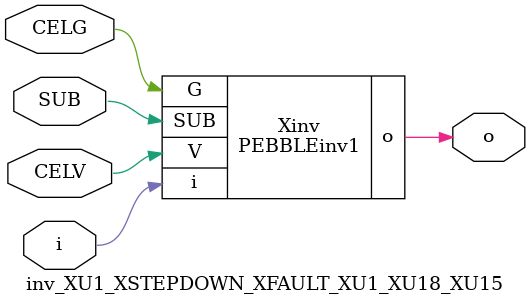
<source format=v>



module PEBBLEinv1 ( o, G, SUB, V, i );

  input V;
  input i;
  input G;
  output o;
  input SUB;
endmodule

//Celera Confidential Do Not Copy inv_XU1_XSTEPDOWN_XFAULT_XU1_XU18_XU15
//Celera Confidential Symbol Generator
//5V Inverter
module inv_XU1_XSTEPDOWN_XFAULT_XU1_XU18_XU15 (CELV,CELG,i,o,SUB);
input CELV;
input CELG;
input i;
input SUB;
output o;

//Celera Confidential Do Not Copy inv
PEBBLEinv1 Xinv(
.V (CELV),
.i (i),
.o (o),
.SUB (SUB),
.G (CELG)
);
//,diesize,PEBBLEinv1

//Celera Confidential Do Not Copy Module End
//Celera Schematic Generator
endmodule

</source>
